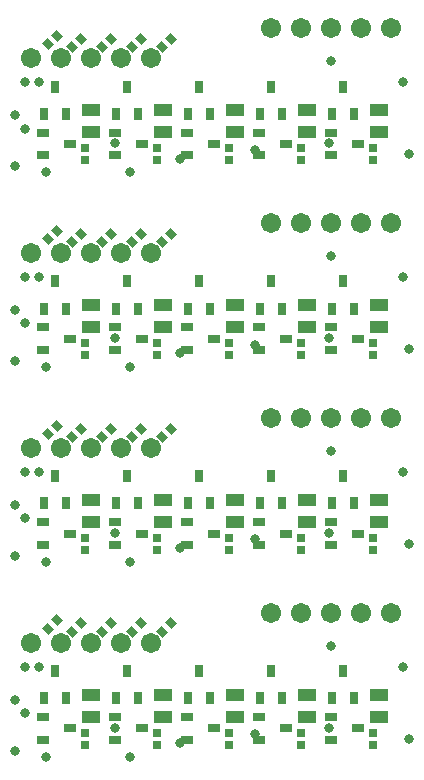
<source format=gbs>
G04*
G04 #@! TF.GenerationSoftware,Altium Limited,Altium Designer,20.2.7 (254)*
G04*
G04 Layer_Color=16711935*
%FSLAX44Y44*%
%MOMM*%
G71*
G04*
G04 #@! TF.SameCoordinates,E2930A79-BBFB-44DC-8FC5-9A75561AB175*
G04*
G04*
G04 #@! TF.FilePolarity,Negative*
G04*
G01*
G75*
%ADD20R,0.7532X0.6532*%
%ADD23R,1.5032X1.1032*%
%ADD24C,1.7032*%
%ADD25C,0.8032*%
G04:AMPARAMS|DCode=34|XSize=0.7532mm|YSize=0.6532mm|CornerRadius=0mm|HoleSize=0mm|Usage=FLASHONLY|Rotation=135.000|XOffset=0mm|YOffset=0mm|HoleType=Round|Shape=Rectangle|*
%AMROTATEDRECTD34*
4,1,4,0.4972,-0.0354,0.0354,-0.4972,-0.4972,0.0354,-0.0354,0.4972,0.4972,-0.0354,0.0*
%
%ADD34ROTATEDRECTD34*%

%ADD35R,1.1032X0.8032*%
%ADD36R,0.8032X1.1032*%
D20*
X103740Y530240D02*
D03*
Y540240D02*
D03*
X164700Y530240D02*
D03*
Y540240D02*
D03*
X225660Y530240D02*
D03*
Y540240D02*
D03*
X286620Y530240D02*
D03*
Y540240D02*
D03*
X347580Y530240D02*
D03*
Y540240D02*
D03*
X103740Y365240D02*
D03*
Y375240D02*
D03*
X164700Y365240D02*
D03*
Y375240D02*
D03*
X225660Y365240D02*
D03*
Y375240D02*
D03*
X286620Y365240D02*
D03*
Y375240D02*
D03*
X347580Y365240D02*
D03*
Y375240D02*
D03*
X103740Y200240D02*
D03*
Y210240D02*
D03*
X164700Y200240D02*
D03*
Y210240D02*
D03*
X225660Y200240D02*
D03*
Y210240D02*
D03*
X286620Y200240D02*
D03*
Y210240D02*
D03*
X347580Y200240D02*
D03*
Y210240D02*
D03*
X103740Y35240D02*
D03*
Y45240D02*
D03*
X164700Y35240D02*
D03*
Y45240D02*
D03*
X225660Y35240D02*
D03*
Y45240D02*
D03*
X286620Y35240D02*
D03*
Y45240D02*
D03*
X347580Y35240D02*
D03*
Y45240D02*
D03*
D23*
X108820Y553930D02*
D03*
Y572430D02*
D03*
X169780Y553930D02*
D03*
Y572430D02*
D03*
X230740Y553930D02*
D03*
Y572430D02*
D03*
X291700D02*
D03*
Y553930D02*
D03*
X352660D02*
D03*
Y572430D02*
D03*
X108820Y388930D02*
D03*
Y407430D02*
D03*
X169780Y388930D02*
D03*
Y407430D02*
D03*
X230740Y388930D02*
D03*
Y407430D02*
D03*
X291700D02*
D03*
Y388930D02*
D03*
X352660D02*
D03*
Y407430D02*
D03*
X108820Y223930D02*
D03*
Y242430D02*
D03*
X169780Y223930D02*
D03*
Y242430D02*
D03*
X230740Y223930D02*
D03*
Y242430D02*
D03*
X291700D02*
D03*
Y223930D02*
D03*
X352660D02*
D03*
Y242430D02*
D03*
X108820Y58930D02*
D03*
Y77430D02*
D03*
X169780Y58930D02*
D03*
Y77430D02*
D03*
X230740Y58930D02*
D03*
Y77430D02*
D03*
X291700D02*
D03*
Y58930D02*
D03*
X352660D02*
D03*
Y77430D02*
D03*
D24*
X261300Y642000D02*
D03*
X286700D02*
D03*
X312100D02*
D03*
X337500D02*
D03*
X362900D02*
D03*
X58100Y616600D02*
D03*
X83500D02*
D03*
X108900D02*
D03*
X134300D02*
D03*
X159700D02*
D03*
X261300Y477000D02*
D03*
X286700D02*
D03*
X312100D02*
D03*
X337500D02*
D03*
X362900D02*
D03*
X58100Y451600D02*
D03*
X83500D02*
D03*
X108900D02*
D03*
X134300D02*
D03*
X159700D02*
D03*
X261300Y312000D02*
D03*
X286700D02*
D03*
X312100D02*
D03*
X337500D02*
D03*
X362900D02*
D03*
X58100Y286600D02*
D03*
X83500D02*
D03*
X108900D02*
D03*
X134300D02*
D03*
X159700D02*
D03*
X261300Y147000D02*
D03*
X286700D02*
D03*
X312100D02*
D03*
X337500D02*
D03*
X362900D02*
D03*
X58100Y121600D02*
D03*
X83500D02*
D03*
X108900D02*
D03*
X134300D02*
D03*
X159700D02*
D03*
D25*
X129140Y544730D02*
D03*
X378060Y535240D02*
D03*
X373060Y596280D02*
D03*
X64450D02*
D03*
X44130Y525160D02*
D03*
Y568340D02*
D03*
X52690Y556910D02*
D03*
X183830Y531510D02*
D03*
X309938Y544405D02*
D03*
X247330Y539034D02*
D03*
X312100Y614060D02*
D03*
X70800Y520080D02*
D03*
X53020Y596280D02*
D03*
X141920Y520080D02*
D03*
X129140Y379730D02*
D03*
X378060Y370240D02*
D03*
X373060Y431280D02*
D03*
X64450D02*
D03*
X44130Y360160D02*
D03*
Y403340D02*
D03*
X52690Y391910D02*
D03*
X183830Y366510D02*
D03*
X309938Y379405D02*
D03*
X247330Y374034D02*
D03*
X312100Y449060D02*
D03*
X70800Y355080D02*
D03*
X53020Y431280D02*
D03*
X141920Y355080D02*
D03*
X129140Y214730D02*
D03*
X378060Y205240D02*
D03*
X373060Y266280D02*
D03*
X64450D02*
D03*
X44130Y195160D02*
D03*
Y238340D02*
D03*
X52690Y226910D02*
D03*
X183830Y201510D02*
D03*
X309938Y214405D02*
D03*
X247330Y209034D02*
D03*
X312100Y284060D02*
D03*
X70800Y190080D02*
D03*
X53020Y266280D02*
D03*
X141920Y190080D02*
D03*
X129140Y49730D02*
D03*
X378060Y40240D02*
D03*
X373060Y101280D02*
D03*
X64450D02*
D03*
X44130Y30160D02*
D03*
Y73340D02*
D03*
X52690Y61910D02*
D03*
X183830Y36510D02*
D03*
X309938Y49405D02*
D03*
X247330Y44034D02*
D03*
X312100Y119060D02*
D03*
X70800Y25080D02*
D03*
X53020Y101280D02*
D03*
X141920Y25080D02*
D03*
D34*
X72344Y628304D02*
D03*
X79415Y635376D02*
D03*
X92664Y625765D02*
D03*
X99735Y632836D02*
D03*
X168864Y625765D02*
D03*
X175935Y632836D02*
D03*
X150535D02*
D03*
X143464Y625765D02*
D03*
X125135Y632836D02*
D03*
X118064Y625765D02*
D03*
X72344Y463304D02*
D03*
X79415Y470376D02*
D03*
X92664Y460765D02*
D03*
X99735Y467836D02*
D03*
X168864Y460765D02*
D03*
X175935Y467836D02*
D03*
X150535D02*
D03*
X143464Y460764D02*
D03*
X125135Y467836D02*
D03*
X118064Y460764D02*
D03*
X72344Y298305D02*
D03*
X79415Y305375D02*
D03*
X92664Y295765D02*
D03*
X99735Y302836D02*
D03*
X168864Y295765D02*
D03*
X175935Y302836D02*
D03*
X150535D02*
D03*
X143464Y295765D02*
D03*
X125135Y302836D02*
D03*
X118064Y295765D02*
D03*
X72344Y133305D02*
D03*
X79415Y140375D02*
D03*
X92664Y130765D02*
D03*
X99735Y137836D02*
D03*
X168864Y130765D02*
D03*
X175935Y137836D02*
D03*
X150535D02*
D03*
X143464Y130765D02*
D03*
X125135Y137836D02*
D03*
X118064Y130765D02*
D03*
D35*
X91000Y544020D02*
D03*
X68000Y553520D02*
D03*
Y534520D02*
D03*
X151960Y544020D02*
D03*
X128960Y553520D02*
D03*
Y534520D02*
D03*
X212920Y544020D02*
D03*
X189920Y553520D02*
D03*
Y534520D02*
D03*
X273880Y544020D02*
D03*
X250880Y553520D02*
D03*
Y534520D02*
D03*
X334840Y544020D02*
D03*
X311840Y553520D02*
D03*
Y534520D02*
D03*
X91000Y379020D02*
D03*
X68000Y388520D02*
D03*
Y369520D02*
D03*
X151960Y379020D02*
D03*
X128960Y388520D02*
D03*
Y369520D02*
D03*
X212920Y379020D02*
D03*
X189920Y388520D02*
D03*
Y369520D02*
D03*
X273880Y379020D02*
D03*
X250880Y388520D02*
D03*
Y369520D02*
D03*
X334840Y379020D02*
D03*
X311840Y388520D02*
D03*
Y369520D02*
D03*
X91000Y214020D02*
D03*
X68000Y223520D02*
D03*
Y204520D02*
D03*
X151960Y214020D02*
D03*
X128960Y223520D02*
D03*
Y204520D02*
D03*
X212920Y214020D02*
D03*
X189920Y223520D02*
D03*
Y204520D02*
D03*
X273880Y214020D02*
D03*
X250880Y223520D02*
D03*
Y204520D02*
D03*
X334840Y214020D02*
D03*
X311840Y223520D02*
D03*
Y204520D02*
D03*
X91000Y49020D02*
D03*
X68000Y58520D02*
D03*
Y39520D02*
D03*
X151960Y49020D02*
D03*
X128960Y58520D02*
D03*
Y39520D02*
D03*
X212920Y49020D02*
D03*
X189920Y58520D02*
D03*
Y39520D02*
D03*
X273880Y49020D02*
D03*
X250880Y58520D02*
D03*
Y39520D02*
D03*
X334840Y49020D02*
D03*
X311840Y58520D02*
D03*
Y39520D02*
D03*
D36*
X78340Y592460D02*
D03*
X68840Y569460D02*
D03*
X87840D02*
D03*
X139300Y592460D02*
D03*
X129800Y569460D02*
D03*
X148800D02*
D03*
X200260Y592460D02*
D03*
X190760Y569460D02*
D03*
X209760D02*
D03*
X261220Y592460D02*
D03*
X251720Y569460D02*
D03*
X270720D02*
D03*
X322180Y592460D02*
D03*
X312680Y569460D02*
D03*
X331680D02*
D03*
X78340Y427460D02*
D03*
X68840Y404460D02*
D03*
X87840D02*
D03*
X139300Y427460D02*
D03*
X129800Y404460D02*
D03*
X148800D02*
D03*
X200260Y427460D02*
D03*
X190760Y404460D02*
D03*
X209760D02*
D03*
X261220Y427460D02*
D03*
X251720Y404460D02*
D03*
X270720D02*
D03*
X322180Y427460D02*
D03*
X312680Y404460D02*
D03*
X331680D02*
D03*
X78340Y262460D02*
D03*
X68840Y239460D02*
D03*
X87840D02*
D03*
X139300Y262460D02*
D03*
X129800Y239460D02*
D03*
X148800D02*
D03*
X200260Y262460D02*
D03*
X190760Y239460D02*
D03*
X209760D02*
D03*
X261220Y262460D02*
D03*
X251720Y239460D02*
D03*
X270720D02*
D03*
X322180Y262460D02*
D03*
X312680Y239460D02*
D03*
X331680D02*
D03*
X78340Y97460D02*
D03*
X68840Y74460D02*
D03*
X87840D02*
D03*
X139300Y97460D02*
D03*
X129800Y74460D02*
D03*
X148800D02*
D03*
X200260Y97460D02*
D03*
X190760Y74460D02*
D03*
X209760D02*
D03*
X261220Y97460D02*
D03*
X251720Y74460D02*
D03*
X270720D02*
D03*
X322180Y97460D02*
D03*
X312680Y74460D02*
D03*
X331680D02*
D03*
M02*

</source>
